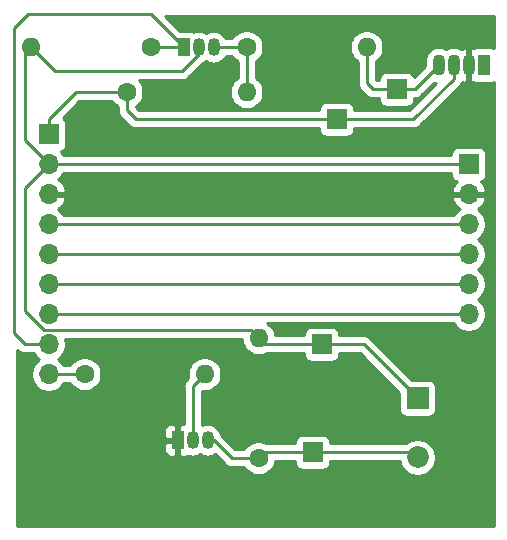
<source format=gbr>
G04 #@! TF.GenerationSoftware,KiCad,Pcbnew,5.1.8-db9833491~87~ubuntu20.04.1*
G04 #@! TF.CreationDate,2020-11-14T17:48:48-07:00*
G04 #@! TF.ProjectId,heimdall_outsideboard,6865696d-6461-46c6-9c5f-6f7574736964,01*
G04 #@! TF.SameCoordinates,Original*
G04 #@! TF.FileFunction,Copper,L1,Top*
G04 #@! TF.FilePolarity,Positive*
%FSLAX46Y46*%
G04 Gerber Fmt 4.6, Leading zero omitted, Abs format (unit mm)*
G04 Created by KiCad (PCBNEW 5.1.8-db9833491~87~ubuntu20.04.1) date 2020-11-14 17:48:48*
%MOMM*%
%LPD*%
G01*
G04 APERTURE LIST*
G04 #@! TA.AperFunction,ComponentPad*
%ADD10R,1.050000X1.500000*%
G04 #@! TD*
G04 #@! TA.AperFunction,ComponentPad*
%ADD11O,1.050000X1.500000*%
G04 #@! TD*
G04 #@! TA.AperFunction,ComponentPad*
%ADD12R,1.700000X1.700000*%
G04 #@! TD*
G04 #@! TA.AperFunction,ComponentPad*
%ADD13O,1.700000X1.700000*%
G04 #@! TD*
G04 #@! TA.AperFunction,ComponentPad*
%ADD14R,1.850000X1.850000*%
G04 #@! TD*
G04 #@! TA.AperFunction,ComponentPad*
%ADD15C,1.850000*%
G04 #@! TD*
G04 #@! TA.AperFunction,ComponentPad*
%ADD16O,1.600000X1.600000*%
G04 #@! TD*
G04 #@! TA.AperFunction,ComponentPad*
%ADD17C,1.600000*%
G04 #@! TD*
G04 #@! TA.AperFunction,ComponentPad*
%ADD18R,1.070000X1.800000*%
G04 #@! TD*
G04 #@! TA.AperFunction,ComponentPad*
%ADD19O,1.070000X1.800000*%
G04 #@! TD*
G04 #@! TA.AperFunction,Conductor*
%ADD20C,0.254000*%
G04 #@! TD*
G04 #@! TA.AperFunction,Conductor*
%ADD21C,0.100000*%
G04 #@! TD*
G04 APERTURE END LIST*
D10*
G04 #@! TO.P,Q1,1*
G04 #@! TO.N,GND*
X65024000Y-112776000D03*
D11*
G04 #@! TO.P,Q1,3*
G04 #@! TO.N,Net-(BZ1-Pad2)*
X67564000Y-112776000D03*
G04 #@! TO.P,Q1,2*
G04 #@! TO.N,Net-(Q1-Pad2)*
X66294000Y-112776000D03*
G04 #@! TD*
D12*
G04 #@! TO.P,J6,1*
G04 #@! TO.N,+5V*
X78486000Y-85598000D03*
G04 #@! TD*
G04 #@! TO.P,J5,1*
G04 #@! TO.N,Net-(D1-Pad4)*
X83566000Y-83058000D03*
G04 #@! TD*
G04 #@! TO.P,J4,1*
G04 #@! TO.N,Net-(BZ1-Pad2)*
X76454000Y-113792000D03*
G04 #@! TD*
G04 #@! TO.P,J3,1*
G04 #@! TO.N,+3V3*
X77216000Y-104648000D03*
G04 #@! TD*
G04 #@! TO.P,J1,1*
G04 #@! TO.N,+5V*
X54102000Y-86868000D03*
D13*
G04 #@! TO.P,J1,2*
G04 #@! TO.N,+3V3*
X54102000Y-89408000D03*
G04 #@! TO.P,J1,3*
G04 #@! TO.N,GND*
X54102000Y-91948000D03*
G04 #@! TO.P,J1,4*
G04 #@! TO.N,/CS*
X54102000Y-94488000D03*
G04 #@! TO.P,J1,5*
G04 #@! TO.N,/SCK*
X54102000Y-97028000D03*
G04 #@! TO.P,J1,6*
G04 #@! TO.N,/MOSI*
X54102000Y-99568000D03*
G04 #@! TO.P,J1,7*
G04 #@! TO.N,/MISO*
X54102000Y-102108000D03*
G04 #@! TO.P,J1,8*
G04 #@! TO.N,/LED*
X54102000Y-104648000D03*
G04 #@! TO.P,J1,9*
G04 #@! TO.N,/Buzzer*
X54102000Y-107188000D03*
G04 #@! TD*
D14*
G04 #@! TO.P,BZ1,1*
G04 #@! TO.N,+3V3*
X85344000Y-109220000D03*
D15*
G04 #@! TO.P,BZ1,2*
G04 #@! TO.N,Net-(BZ1-Pad2)*
X85344000Y-114220000D03*
G04 #@! TD*
D12*
G04 #@! TO.P,J2,1*
G04 #@! TO.N,+3V3*
X89662000Y-89408000D03*
D13*
G04 #@! TO.P,J2,2*
G04 #@! TO.N,GND*
X89662000Y-91948000D03*
G04 #@! TO.P,J2,3*
G04 #@! TO.N,/CS*
X89662000Y-94488000D03*
G04 #@! TO.P,J2,4*
G04 #@! TO.N,/SCK*
X89662000Y-97028000D03*
G04 #@! TO.P,J2,5*
G04 #@! TO.N,/MOSI*
X89662000Y-99568000D03*
G04 #@! TO.P,J2,6*
G04 #@! TO.N,/MISO*
X89662000Y-102108000D03*
G04 #@! TD*
D11*
G04 #@! TO.P,Q2,2*
G04 #@! TO.N,+3V3*
X66802000Y-79502000D03*
G04 #@! TO.P,Q2,3*
G04 #@! TO.N,Net-(Q2-Pad3)*
X68072000Y-79502000D03*
D10*
G04 #@! TO.P,Q2,1*
G04 #@! TO.N,/LED*
X65532000Y-79502000D03*
G04 #@! TD*
D16*
G04 #@! TO.P,R1,2*
G04 #@! TO.N,+3V3*
X52578000Y-79502000D03*
D17*
G04 #@! TO.P,R1,1*
G04 #@! TO.N,/LED*
X62738000Y-79502000D03*
G04 #@! TD*
G04 #@! TO.P,R2,1*
G04 #@! TO.N,/Buzzer*
X57150000Y-107188000D03*
D16*
G04 #@! TO.P,R2,2*
G04 #@! TO.N,Net-(Q1-Pad2)*
X67310000Y-107188000D03*
G04 #@! TD*
D17*
G04 #@! TO.P,R3,1*
G04 #@! TO.N,Net-(BZ1-Pad2)*
X71882000Y-114300000D03*
D16*
G04 #@! TO.P,R3,2*
G04 #@! TO.N,+3V3*
X71882000Y-104140000D03*
G04 #@! TD*
G04 #@! TO.P,R4,2*
G04 #@! TO.N,Net-(Q2-Pad3)*
X70866000Y-83312000D03*
D17*
G04 #@! TO.P,R4,1*
G04 #@! TO.N,+5V*
X60706000Y-83312000D03*
G04 #@! TD*
G04 #@! TO.P,R5,1*
G04 #@! TO.N,Net-(Q2-Pad3)*
X70866000Y-79502000D03*
D16*
G04 #@! TO.P,R5,2*
G04 #@! TO.N,Net-(D1-Pad4)*
X81026000Y-79502000D03*
G04 #@! TD*
D18*
G04 #@! TO.P,D1,1*
G04 #@! TO.N,Net-(D1-Pad1)*
X90932000Y-81026000D03*
D19*
G04 #@! TO.P,D1,2*
G04 #@! TO.N,GND*
X89662000Y-81026000D03*
G04 #@! TO.P,D1,3*
G04 #@! TO.N,+5V*
X88392000Y-81026000D03*
G04 #@! TO.P,D1,4*
G04 #@! TO.N,Net-(D1-Pad4)*
X87122000Y-81026000D03*
G04 #@! TD*
D20*
G04 #@! TO.N,Net-(D1-Pad4)*
X81026000Y-79502000D02*
X81026000Y-82550000D01*
X81534000Y-83058000D02*
X83566000Y-83058000D01*
X81026000Y-82550000D02*
X81534000Y-83058000D01*
X85090000Y-83058000D02*
X87122000Y-81026000D01*
X83566000Y-83058000D02*
X85090000Y-83058000D01*
G04 #@! TO.N,/CS*
X54102000Y-94488000D02*
X89662000Y-94488000D01*
G04 #@! TO.N,/SCK*
X54102000Y-97028000D02*
X89662000Y-97028000D01*
G04 #@! TO.N,/MOSI*
X54102000Y-99568000D02*
X89662000Y-99568000D01*
G04 #@! TO.N,/MISO*
X54102000Y-102108000D02*
X89662000Y-102108000D01*
G04 #@! TO.N,/LED*
X51142910Y-77889090D02*
X52324000Y-76708000D01*
X51142910Y-103720910D02*
X51142910Y-77889090D01*
X52070000Y-104648000D02*
X51142910Y-103720910D01*
X54102000Y-104648000D02*
X52070000Y-104648000D01*
X62738000Y-79502000D02*
X65532000Y-79502000D01*
X62738000Y-76708000D02*
X65532000Y-79502000D01*
X52324000Y-76708000D02*
X62738000Y-76708000D01*
G04 #@! TO.N,/Buzzer*
X54102000Y-107188000D02*
X57150000Y-107188000D01*
G04 #@! TO.N,Net-(BZ1-Pad2)*
X85264000Y-114300000D02*
X85344000Y-114220000D01*
X84916000Y-113792000D02*
X85344000Y-114220000D01*
X76454000Y-113792000D02*
X84916000Y-113792000D01*
X72390000Y-113792000D02*
X71882000Y-114300000D01*
X76454000Y-113792000D02*
X72390000Y-113792000D01*
X67564000Y-112776000D02*
X68072000Y-112776000D01*
X69596000Y-114300000D02*
X71882000Y-114300000D01*
X68072000Y-112776000D02*
X69596000Y-114300000D01*
G04 #@! TO.N,Net-(Q2-Pad3)*
X68072000Y-79502000D02*
X70866000Y-79502000D01*
X70866000Y-83312000D02*
X70866000Y-79502000D01*
G04 #@! TO.N,+3V3*
X54102000Y-89408000D02*
X89662000Y-89408000D01*
X54102000Y-89408000D02*
X52070000Y-91440000D01*
X53715101Y-103467799D02*
X71209799Y-103467799D01*
X71209799Y-103467799D02*
X71882000Y-104140000D01*
X52070000Y-101822698D02*
X53715101Y-103467799D01*
X52070000Y-91440000D02*
X52070000Y-101822698D01*
X54102000Y-89408000D02*
X52070000Y-87376000D01*
X52070000Y-80010000D02*
X52578000Y-79502000D01*
X52070000Y-87376000D02*
X52070000Y-80010000D01*
X66802000Y-80101362D02*
X66802000Y-79502000D01*
X54610000Y-81534000D02*
X65369362Y-81534000D01*
X65369362Y-81534000D02*
X66802000Y-80101362D01*
X52578000Y-79502000D02*
X54610000Y-81534000D01*
X80772000Y-104648000D02*
X85344000Y-109220000D01*
X77216000Y-104648000D02*
X80772000Y-104648000D01*
X72390000Y-104648000D02*
X71882000Y-104140000D01*
X77216000Y-104648000D02*
X72390000Y-104648000D01*
G04 #@! TO.N,+5V*
X54102000Y-86868000D02*
X54102000Y-85598000D01*
X56388000Y-83312000D02*
X60706000Y-83312000D01*
X54102000Y-85598000D02*
X56388000Y-83312000D01*
X60706000Y-83312000D02*
X60706000Y-84836000D01*
X61468000Y-85598000D02*
X78486000Y-85598000D01*
X60706000Y-84836000D02*
X61468000Y-85598000D01*
X88392000Y-82180000D02*
X88392000Y-81026000D01*
X84974000Y-85598000D02*
X88392000Y-82180000D01*
X78486000Y-85598000D02*
X84974000Y-85598000D01*
G04 #@! TO.N,Net-(Q1-Pad2)*
X66294000Y-108204000D02*
X66294000Y-112776000D01*
X67310000Y-107188000D02*
X66294000Y-108204000D01*
G04 #@! TD*
G04 #@! TO.N,GND*
X91808300Y-79588411D02*
X91711180Y-79536498D01*
X91591482Y-79500188D01*
X91467000Y-79487928D01*
X90397000Y-79487928D01*
X90272518Y-79500188D01*
X90152820Y-79536498D01*
X90083810Y-79573385D01*
X89969383Y-79532100D01*
X89789000Y-79657756D01*
X89789000Y-79942800D01*
X89771188Y-80001518D01*
X89758928Y-80126000D01*
X89758928Y-81926000D01*
X89771188Y-82050482D01*
X89789000Y-82109200D01*
X89789000Y-82394244D01*
X89969383Y-82519900D01*
X90083810Y-82478615D01*
X90152820Y-82515502D01*
X90272518Y-82551812D01*
X90397000Y-82564072D01*
X91467000Y-82564072D01*
X91591482Y-82551812D01*
X91711180Y-82515502D01*
X91808300Y-82463589D01*
X91808301Y-120002300D01*
X51447700Y-120002300D01*
X51447700Y-113526000D01*
X63860928Y-113526000D01*
X63873188Y-113650482D01*
X63909498Y-113770180D01*
X63968463Y-113880494D01*
X64047815Y-113977185D01*
X64144506Y-114056537D01*
X64254820Y-114115502D01*
X64374518Y-114151812D01*
X64499000Y-114164072D01*
X64738250Y-114161000D01*
X64897000Y-114002250D01*
X64897000Y-112903000D01*
X64022750Y-112903000D01*
X63864000Y-113061750D01*
X63860928Y-113526000D01*
X51447700Y-113526000D01*
X51447700Y-112026000D01*
X63860928Y-112026000D01*
X63864000Y-112490250D01*
X64022750Y-112649000D01*
X64897000Y-112649000D01*
X64897000Y-112494022D01*
X65134000Y-112494022D01*
X65134000Y-113057979D01*
X65150785Y-113228400D01*
X65151000Y-113229109D01*
X65151000Y-114002250D01*
X65309750Y-114161000D01*
X65549000Y-114164072D01*
X65673482Y-114151812D01*
X65793180Y-114115502D01*
X65857902Y-114080907D01*
X66066601Y-114144215D01*
X66294000Y-114166612D01*
X66521400Y-114144215D01*
X66740060Y-114077885D01*
X66929000Y-113976894D01*
X67117941Y-114077885D01*
X67336601Y-114144215D01*
X67564000Y-114166612D01*
X67791400Y-114144215D01*
X68010060Y-114077885D01*
X68196565Y-113978196D01*
X69030721Y-114812352D01*
X69054578Y-114841422D01*
X69170608Y-114936645D01*
X69302985Y-115007402D01*
X69446622Y-115050974D01*
X69558574Y-115062000D01*
X69558576Y-115062000D01*
X69595999Y-115065686D01*
X69633422Y-115062000D01*
X70665293Y-115062000D01*
X70767363Y-115214759D01*
X70967241Y-115414637D01*
X71202273Y-115571680D01*
X71463426Y-115679853D01*
X71740665Y-115735000D01*
X72023335Y-115735000D01*
X72300574Y-115679853D01*
X72561727Y-115571680D01*
X72796759Y-115414637D01*
X72996637Y-115214759D01*
X73153680Y-114979727D01*
X73261853Y-114718574D01*
X73294589Y-114554000D01*
X74965928Y-114554000D01*
X74965928Y-114642000D01*
X74978188Y-114766482D01*
X75014498Y-114886180D01*
X75073463Y-114996494D01*
X75152815Y-115093185D01*
X75249506Y-115172537D01*
X75359820Y-115231502D01*
X75479518Y-115267812D01*
X75604000Y-115280072D01*
X77304000Y-115280072D01*
X77428482Y-115267812D01*
X77548180Y-115231502D01*
X77658494Y-115172537D01*
X77755185Y-115093185D01*
X77834537Y-114996494D01*
X77893502Y-114886180D01*
X77929812Y-114766482D01*
X77942072Y-114642000D01*
X77942072Y-114554000D01*
X83819875Y-114554000D01*
X83843950Y-114675035D01*
X83961546Y-114958937D01*
X84132269Y-115214442D01*
X84349558Y-115431731D01*
X84605063Y-115602454D01*
X84888965Y-115720050D01*
X85190353Y-115780000D01*
X85497647Y-115780000D01*
X85799035Y-115720050D01*
X86082937Y-115602454D01*
X86338442Y-115431731D01*
X86555731Y-115214442D01*
X86726454Y-114958937D01*
X86844050Y-114675035D01*
X86904000Y-114373647D01*
X86904000Y-114066353D01*
X86844050Y-113764965D01*
X86726454Y-113481063D01*
X86555731Y-113225558D01*
X86338442Y-113008269D01*
X86082937Y-112837546D01*
X85799035Y-112719950D01*
X85497647Y-112660000D01*
X85190353Y-112660000D01*
X84888965Y-112719950D01*
X84605063Y-112837546D01*
X84349558Y-113008269D01*
X84327827Y-113030000D01*
X77942072Y-113030000D01*
X77942072Y-112942000D01*
X77929812Y-112817518D01*
X77893502Y-112697820D01*
X77834537Y-112587506D01*
X77755185Y-112490815D01*
X77658494Y-112411463D01*
X77548180Y-112352498D01*
X77428482Y-112316188D01*
X77304000Y-112303928D01*
X75604000Y-112303928D01*
X75479518Y-112316188D01*
X75359820Y-112352498D01*
X75249506Y-112411463D01*
X75152815Y-112490815D01*
X75073463Y-112587506D01*
X75014498Y-112697820D01*
X74978188Y-112817518D01*
X74965928Y-112942000D01*
X74965928Y-113030000D01*
X72564241Y-113030000D01*
X72561727Y-113028320D01*
X72300574Y-112920147D01*
X72023335Y-112865000D01*
X71740665Y-112865000D01*
X71463426Y-112920147D01*
X71202273Y-113028320D01*
X70967241Y-113185363D01*
X70767363Y-113385241D01*
X70665293Y-113538000D01*
X69911631Y-113538000D01*
X68708306Y-112334676D01*
X68707215Y-112323600D01*
X68640885Y-112104940D01*
X68533171Y-111903421D01*
X68388212Y-111726788D01*
X68211578Y-111581829D01*
X68010059Y-111474115D01*
X67791399Y-111407785D01*
X67564000Y-111385388D01*
X67336600Y-111407785D01*
X67117940Y-111474115D01*
X67056000Y-111507223D01*
X67056000Y-108600589D01*
X67168665Y-108623000D01*
X67451335Y-108623000D01*
X67728574Y-108567853D01*
X67989727Y-108459680D01*
X68224759Y-108302637D01*
X68424637Y-108102759D01*
X68581680Y-107867727D01*
X68689853Y-107606574D01*
X68745000Y-107329335D01*
X68745000Y-107046665D01*
X68689853Y-106769426D01*
X68581680Y-106508273D01*
X68424637Y-106273241D01*
X68224759Y-106073363D01*
X67989727Y-105916320D01*
X67728574Y-105808147D01*
X67451335Y-105753000D01*
X67168665Y-105753000D01*
X66891426Y-105808147D01*
X66630273Y-105916320D01*
X66395241Y-106073363D01*
X66195363Y-106273241D01*
X66038320Y-106508273D01*
X65930147Y-106769426D01*
X65875000Y-107046665D01*
X65875000Y-107329335D01*
X65910843Y-107509527D01*
X65781654Y-107638716D01*
X65752578Y-107662578D01*
X65717355Y-107705498D01*
X65657355Y-107778608D01*
X65632748Y-107824645D01*
X65586598Y-107910986D01*
X65543026Y-108054623D01*
X65535146Y-108134632D01*
X65528314Y-108204000D01*
X65532000Y-108241423D01*
X65532001Y-111388146D01*
X65309750Y-111391000D01*
X65151000Y-111549750D01*
X65151000Y-112322892D01*
X65150785Y-112323601D01*
X65134000Y-112494022D01*
X64897000Y-112494022D01*
X64897000Y-111549750D01*
X64738250Y-111391000D01*
X64499000Y-111387928D01*
X64374518Y-111400188D01*
X64254820Y-111436498D01*
X64144506Y-111495463D01*
X64047815Y-111574815D01*
X63968463Y-111671506D01*
X63909498Y-111781820D01*
X63873188Y-111901518D01*
X63860928Y-112026000D01*
X51447700Y-112026000D01*
X51447700Y-105103331D01*
X51504721Y-105160351D01*
X51528578Y-105189422D01*
X51644608Y-105284645D01*
X51776985Y-105355402D01*
X51920622Y-105398974D01*
X52032574Y-105410000D01*
X52032576Y-105410000D01*
X52069999Y-105413686D01*
X52107422Y-105410000D01*
X52825158Y-105410000D01*
X52948525Y-105594632D01*
X53155368Y-105801475D01*
X53329760Y-105918000D01*
X53155368Y-106034525D01*
X52948525Y-106241368D01*
X52786010Y-106484589D01*
X52674068Y-106754842D01*
X52617000Y-107041740D01*
X52617000Y-107334260D01*
X52674068Y-107621158D01*
X52786010Y-107891411D01*
X52948525Y-108134632D01*
X53155368Y-108341475D01*
X53398589Y-108503990D01*
X53668842Y-108615932D01*
X53955740Y-108673000D01*
X54248260Y-108673000D01*
X54535158Y-108615932D01*
X54805411Y-108503990D01*
X55048632Y-108341475D01*
X55255475Y-108134632D01*
X55378842Y-107950000D01*
X55933293Y-107950000D01*
X56035363Y-108102759D01*
X56235241Y-108302637D01*
X56470273Y-108459680D01*
X56731426Y-108567853D01*
X57008665Y-108623000D01*
X57291335Y-108623000D01*
X57568574Y-108567853D01*
X57829727Y-108459680D01*
X58064759Y-108302637D01*
X58264637Y-108102759D01*
X58421680Y-107867727D01*
X58529853Y-107606574D01*
X58585000Y-107329335D01*
X58585000Y-107046665D01*
X58529853Y-106769426D01*
X58421680Y-106508273D01*
X58264637Y-106273241D01*
X58064759Y-106073363D01*
X57829727Y-105916320D01*
X57568574Y-105808147D01*
X57291335Y-105753000D01*
X57008665Y-105753000D01*
X56731426Y-105808147D01*
X56470273Y-105916320D01*
X56235241Y-106073363D01*
X56035363Y-106273241D01*
X55933293Y-106426000D01*
X55378842Y-106426000D01*
X55255475Y-106241368D01*
X55048632Y-106034525D01*
X54874240Y-105918000D01*
X55048632Y-105801475D01*
X55255475Y-105594632D01*
X55417990Y-105351411D01*
X55529932Y-105081158D01*
X55587000Y-104794260D01*
X55587000Y-104501740D01*
X55532907Y-104229799D01*
X70447000Y-104229799D01*
X70447000Y-104281335D01*
X70502147Y-104558574D01*
X70610320Y-104819727D01*
X70767363Y-105054759D01*
X70967241Y-105254637D01*
X71202273Y-105411680D01*
X71463426Y-105519853D01*
X71740665Y-105575000D01*
X72023335Y-105575000D01*
X72300574Y-105519853D01*
X72561727Y-105411680D01*
X72564241Y-105410000D01*
X75727928Y-105410000D01*
X75727928Y-105498000D01*
X75740188Y-105622482D01*
X75776498Y-105742180D01*
X75835463Y-105852494D01*
X75914815Y-105949185D01*
X76011506Y-106028537D01*
X76121820Y-106087502D01*
X76241518Y-106123812D01*
X76366000Y-106136072D01*
X78066000Y-106136072D01*
X78190482Y-106123812D01*
X78310180Y-106087502D01*
X78420494Y-106028537D01*
X78517185Y-105949185D01*
X78596537Y-105852494D01*
X78655502Y-105742180D01*
X78691812Y-105622482D01*
X78704072Y-105498000D01*
X78704072Y-105410000D01*
X80456370Y-105410000D01*
X83780928Y-108734559D01*
X83780928Y-110145000D01*
X83793188Y-110269482D01*
X83829498Y-110389180D01*
X83888463Y-110499494D01*
X83967815Y-110596185D01*
X84064506Y-110675537D01*
X84174820Y-110734502D01*
X84294518Y-110770812D01*
X84419000Y-110783072D01*
X86269000Y-110783072D01*
X86393482Y-110770812D01*
X86513180Y-110734502D01*
X86623494Y-110675537D01*
X86720185Y-110596185D01*
X86799537Y-110499494D01*
X86858502Y-110389180D01*
X86894812Y-110269482D01*
X86907072Y-110145000D01*
X86907072Y-108295000D01*
X86894812Y-108170518D01*
X86858502Y-108050820D01*
X86799537Y-107940506D01*
X86720185Y-107843815D01*
X86623494Y-107764463D01*
X86513180Y-107705498D01*
X86393482Y-107669188D01*
X86269000Y-107656928D01*
X84858559Y-107656928D01*
X81337284Y-104135654D01*
X81313422Y-104106578D01*
X81197392Y-104011355D01*
X81065015Y-103940598D01*
X80921378Y-103897026D01*
X80809426Y-103886000D01*
X80809423Y-103886000D01*
X80772000Y-103882314D01*
X80734577Y-103886000D01*
X78704072Y-103886000D01*
X78704072Y-103798000D01*
X78691812Y-103673518D01*
X78655502Y-103553820D01*
X78596537Y-103443506D01*
X78517185Y-103346815D01*
X78420494Y-103267463D01*
X78310180Y-103208498D01*
X78190482Y-103172188D01*
X78066000Y-103159928D01*
X76366000Y-103159928D01*
X76241518Y-103172188D01*
X76121820Y-103208498D01*
X76011506Y-103267463D01*
X75914815Y-103346815D01*
X75835463Y-103443506D01*
X75776498Y-103553820D01*
X75740188Y-103673518D01*
X75727928Y-103798000D01*
X75727928Y-103886000D01*
X73294589Y-103886000D01*
X73261853Y-103721426D01*
X73153680Y-103460273D01*
X72996637Y-103225241D01*
X72796759Y-103025363D01*
X72564241Y-102870000D01*
X88385158Y-102870000D01*
X88508525Y-103054632D01*
X88715368Y-103261475D01*
X88958589Y-103423990D01*
X89228842Y-103535932D01*
X89515740Y-103593000D01*
X89808260Y-103593000D01*
X90095158Y-103535932D01*
X90365411Y-103423990D01*
X90608632Y-103261475D01*
X90815475Y-103054632D01*
X90977990Y-102811411D01*
X91089932Y-102541158D01*
X91147000Y-102254260D01*
X91147000Y-101961740D01*
X91089932Y-101674842D01*
X90977990Y-101404589D01*
X90815475Y-101161368D01*
X90608632Y-100954525D01*
X90434240Y-100838000D01*
X90608632Y-100721475D01*
X90815475Y-100514632D01*
X90977990Y-100271411D01*
X91089932Y-100001158D01*
X91147000Y-99714260D01*
X91147000Y-99421740D01*
X91089932Y-99134842D01*
X90977990Y-98864589D01*
X90815475Y-98621368D01*
X90608632Y-98414525D01*
X90434240Y-98298000D01*
X90608632Y-98181475D01*
X90815475Y-97974632D01*
X90977990Y-97731411D01*
X91089932Y-97461158D01*
X91147000Y-97174260D01*
X91147000Y-96881740D01*
X91089932Y-96594842D01*
X90977990Y-96324589D01*
X90815475Y-96081368D01*
X90608632Y-95874525D01*
X90434240Y-95758000D01*
X90608632Y-95641475D01*
X90815475Y-95434632D01*
X90977990Y-95191411D01*
X91089932Y-94921158D01*
X91147000Y-94634260D01*
X91147000Y-94341740D01*
X91089932Y-94054842D01*
X90977990Y-93784589D01*
X90815475Y-93541368D01*
X90608632Y-93334525D01*
X90426466Y-93212805D01*
X90543355Y-93143178D01*
X90759588Y-92948269D01*
X90933641Y-92714920D01*
X91058825Y-92452099D01*
X91103476Y-92304890D01*
X90982155Y-92075000D01*
X89789000Y-92075000D01*
X89789000Y-92095000D01*
X89535000Y-92095000D01*
X89535000Y-92075000D01*
X88341845Y-92075000D01*
X88220524Y-92304890D01*
X88265175Y-92452099D01*
X88390359Y-92714920D01*
X88564412Y-92948269D01*
X88780645Y-93143178D01*
X88897534Y-93212805D01*
X88715368Y-93334525D01*
X88508525Y-93541368D01*
X88385158Y-93726000D01*
X55378842Y-93726000D01*
X55255475Y-93541368D01*
X55048632Y-93334525D01*
X54866466Y-93212805D01*
X54983355Y-93143178D01*
X55199588Y-92948269D01*
X55373641Y-92714920D01*
X55498825Y-92452099D01*
X55543476Y-92304890D01*
X55422155Y-92075000D01*
X54229000Y-92075000D01*
X54229000Y-92095000D01*
X53975000Y-92095000D01*
X53975000Y-92075000D01*
X53955000Y-92075000D01*
X53955000Y-91821000D01*
X53975000Y-91821000D01*
X53975000Y-91801000D01*
X54229000Y-91801000D01*
X54229000Y-91821000D01*
X55422155Y-91821000D01*
X55543476Y-91591110D01*
X55498825Y-91443901D01*
X55373641Y-91181080D01*
X55199588Y-90947731D01*
X54983355Y-90752822D01*
X54866466Y-90683195D01*
X55048632Y-90561475D01*
X55255475Y-90354632D01*
X55378842Y-90170000D01*
X88173928Y-90170000D01*
X88173928Y-90258000D01*
X88186188Y-90382482D01*
X88222498Y-90502180D01*
X88281463Y-90612494D01*
X88360815Y-90709185D01*
X88457506Y-90788537D01*
X88567820Y-90847502D01*
X88648466Y-90871966D01*
X88564412Y-90947731D01*
X88390359Y-91181080D01*
X88265175Y-91443901D01*
X88220524Y-91591110D01*
X88341845Y-91821000D01*
X89535000Y-91821000D01*
X89535000Y-91801000D01*
X89789000Y-91801000D01*
X89789000Y-91821000D01*
X90982155Y-91821000D01*
X91103476Y-91591110D01*
X91058825Y-91443901D01*
X90933641Y-91181080D01*
X90759588Y-90947731D01*
X90675534Y-90871966D01*
X90756180Y-90847502D01*
X90866494Y-90788537D01*
X90963185Y-90709185D01*
X91042537Y-90612494D01*
X91101502Y-90502180D01*
X91137812Y-90382482D01*
X91150072Y-90258000D01*
X91150072Y-88558000D01*
X91137812Y-88433518D01*
X91101502Y-88313820D01*
X91042537Y-88203506D01*
X90963185Y-88106815D01*
X90866494Y-88027463D01*
X90756180Y-87968498D01*
X90636482Y-87932188D01*
X90512000Y-87919928D01*
X88812000Y-87919928D01*
X88687518Y-87932188D01*
X88567820Y-87968498D01*
X88457506Y-88027463D01*
X88360815Y-88106815D01*
X88281463Y-88203506D01*
X88222498Y-88313820D01*
X88186188Y-88433518D01*
X88173928Y-88558000D01*
X88173928Y-88646000D01*
X55378842Y-88646000D01*
X55255475Y-88461368D01*
X55123620Y-88329513D01*
X55196180Y-88307502D01*
X55306494Y-88248537D01*
X55403185Y-88169185D01*
X55482537Y-88072494D01*
X55541502Y-87962180D01*
X55577812Y-87842482D01*
X55590072Y-87718000D01*
X55590072Y-86018000D01*
X55577812Y-85893518D01*
X55541502Y-85773820D01*
X55482537Y-85663506D01*
X55403185Y-85566815D01*
X55306494Y-85487463D01*
X55295854Y-85481776D01*
X56703631Y-84074000D01*
X59489293Y-84074000D01*
X59591363Y-84226759D01*
X59791241Y-84426637D01*
X59944001Y-84528708D01*
X59944001Y-84798567D01*
X59940314Y-84836000D01*
X59955027Y-84985378D01*
X59998599Y-85129015D01*
X60069355Y-85261392D01*
X60140721Y-85348351D01*
X60164579Y-85377422D01*
X60193649Y-85401279D01*
X60902720Y-86110351D01*
X60926578Y-86139422D01*
X60955648Y-86163279D01*
X61042607Y-86234645D01*
X61113364Y-86272465D01*
X61174985Y-86305402D01*
X61318622Y-86348974D01*
X61430574Y-86360000D01*
X61430577Y-86360000D01*
X61468000Y-86363686D01*
X61505423Y-86360000D01*
X76997928Y-86360000D01*
X76997928Y-86448000D01*
X77010188Y-86572482D01*
X77046498Y-86692180D01*
X77105463Y-86802494D01*
X77184815Y-86899185D01*
X77281506Y-86978537D01*
X77391820Y-87037502D01*
X77511518Y-87073812D01*
X77636000Y-87086072D01*
X79336000Y-87086072D01*
X79460482Y-87073812D01*
X79580180Y-87037502D01*
X79690494Y-86978537D01*
X79787185Y-86899185D01*
X79866537Y-86802494D01*
X79925502Y-86692180D01*
X79961812Y-86572482D01*
X79974072Y-86448000D01*
X79974072Y-86360000D01*
X84936577Y-86360000D01*
X84974000Y-86363686D01*
X85011423Y-86360000D01*
X85011426Y-86360000D01*
X85123378Y-86348974D01*
X85267015Y-86305402D01*
X85399392Y-86234645D01*
X85515422Y-86139422D01*
X85539284Y-86110346D01*
X88904353Y-82745278D01*
X88933422Y-82721422D01*
X88971228Y-82675355D01*
X89028645Y-82605393D01*
X89076692Y-82515502D01*
X89099402Y-82473015D01*
X89112191Y-82430854D01*
X89117579Y-82434377D01*
X89354617Y-82519900D01*
X89535000Y-82394244D01*
X89535000Y-81653560D01*
X89545071Y-81620360D01*
X89562000Y-81448477D01*
X89562000Y-80603524D01*
X89545071Y-80431641D01*
X89535000Y-80398441D01*
X89535000Y-79657756D01*
X89354617Y-79532100D01*
X89117579Y-79617623D01*
X89029596Y-79675154D01*
X88841906Y-79574831D01*
X88621360Y-79507929D01*
X88392000Y-79485339D01*
X88162641Y-79507929D01*
X87942095Y-79574831D01*
X87757001Y-79673766D01*
X87571906Y-79574831D01*
X87351360Y-79507929D01*
X87122000Y-79485339D01*
X86892641Y-79507929D01*
X86672095Y-79574831D01*
X86468839Y-79683474D01*
X86290683Y-79829682D01*
X86144475Y-80007838D01*
X86035831Y-80211094D01*
X85968929Y-80431640D01*
X85952000Y-80603523D01*
X85952000Y-81118369D01*
X85029020Y-82041349D01*
X85005502Y-81963820D01*
X84946537Y-81853506D01*
X84867185Y-81756815D01*
X84770494Y-81677463D01*
X84660180Y-81618498D01*
X84540482Y-81582188D01*
X84416000Y-81569928D01*
X82716000Y-81569928D01*
X82591518Y-81582188D01*
X82471820Y-81618498D01*
X82361506Y-81677463D01*
X82264815Y-81756815D01*
X82185463Y-81853506D01*
X82126498Y-81963820D01*
X82090188Y-82083518D01*
X82077928Y-82208000D01*
X82077928Y-82296000D01*
X81849630Y-82296000D01*
X81788000Y-82234370D01*
X81788000Y-80718707D01*
X81940759Y-80616637D01*
X82140637Y-80416759D01*
X82297680Y-80181727D01*
X82405853Y-79920574D01*
X82461000Y-79643335D01*
X82461000Y-79360665D01*
X82405853Y-79083426D01*
X82297680Y-78822273D01*
X82140637Y-78587241D01*
X81940759Y-78387363D01*
X81705727Y-78230320D01*
X81444574Y-78122147D01*
X81167335Y-78067000D01*
X80884665Y-78067000D01*
X80607426Y-78122147D01*
X80346273Y-78230320D01*
X80111241Y-78387363D01*
X79911363Y-78587241D01*
X79754320Y-78822273D01*
X79646147Y-79083426D01*
X79591000Y-79360665D01*
X79591000Y-79643335D01*
X79646147Y-79920574D01*
X79754320Y-80181727D01*
X79911363Y-80416759D01*
X80111241Y-80616637D01*
X80264000Y-80718707D01*
X80264001Y-82512567D01*
X80260314Y-82550000D01*
X80275027Y-82699378D01*
X80318599Y-82843015D01*
X80389355Y-82975392D01*
X80457150Y-83058000D01*
X80484579Y-83091422D01*
X80513649Y-83115279D01*
X80968716Y-83570346D01*
X80992578Y-83599422D01*
X81108608Y-83694645D01*
X81240985Y-83765402D01*
X81384622Y-83808974D01*
X81496574Y-83820000D01*
X81496583Y-83820000D01*
X81533999Y-83823685D01*
X81571415Y-83820000D01*
X82077928Y-83820000D01*
X82077928Y-83908000D01*
X82090188Y-84032482D01*
X82126498Y-84152180D01*
X82185463Y-84262494D01*
X82264815Y-84359185D01*
X82361506Y-84438537D01*
X82471820Y-84497502D01*
X82591518Y-84533812D01*
X82716000Y-84546072D01*
X84416000Y-84546072D01*
X84540482Y-84533812D01*
X84660180Y-84497502D01*
X84770494Y-84438537D01*
X84867185Y-84359185D01*
X84946537Y-84262494D01*
X85005502Y-84152180D01*
X85041812Y-84032482D01*
X85054072Y-83908000D01*
X85054072Y-83820147D01*
X85090000Y-83823686D01*
X85127423Y-83820000D01*
X85127426Y-83820000D01*
X85239378Y-83808974D01*
X85383015Y-83765402D01*
X85515392Y-83694645D01*
X85631422Y-83599422D01*
X85655284Y-83570346D01*
X86730687Y-82494943D01*
X86892640Y-82544071D01*
X86945129Y-82549241D01*
X84658370Y-84836000D01*
X79974072Y-84836000D01*
X79974072Y-84748000D01*
X79961812Y-84623518D01*
X79925502Y-84503820D01*
X79866537Y-84393506D01*
X79787185Y-84296815D01*
X79690494Y-84217463D01*
X79580180Y-84158498D01*
X79460482Y-84122188D01*
X79336000Y-84109928D01*
X77636000Y-84109928D01*
X77511518Y-84122188D01*
X77391820Y-84158498D01*
X77281506Y-84217463D01*
X77184815Y-84296815D01*
X77105463Y-84393506D01*
X77046498Y-84503820D01*
X77010188Y-84623518D01*
X76997928Y-84748000D01*
X76997928Y-84836000D01*
X61783631Y-84836000D01*
X61472998Y-84525368D01*
X61620759Y-84426637D01*
X61820637Y-84226759D01*
X61977680Y-83991727D01*
X62085853Y-83730574D01*
X62141000Y-83453335D01*
X62141000Y-83170665D01*
X62085853Y-82893426D01*
X61977680Y-82632273D01*
X61820637Y-82397241D01*
X61719396Y-82296000D01*
X65331939Y-82296000D01*
X65369362Y-82299686D01*
X65406785Y-82296000D01*
X65406788Y-82296000D01*
X65518740Y-82284974D01*
X65662377Y-82241402D01*
X65794754Y-82170645D01*
X65910784Y-82075422D01*
X65934646Y-82046346D01*
X67146213Y-80834780D01*
X67248060Y-80803885D01*
X67437001Y-80702894D01*
X67625941Y-80803885D01*
X67844601Y-80870215D01*
X68072000Y-80892612D01*
X68299400Y-80870215D01*
X68518060Y-80803885D01*
X68719579Y-80696171D01*
X68896212Y-80551212D01*
X69041171Y-80374579D01*
X69100276Y-80264000D01*
X69649293Y-80264000D01*
X69751363Y-80416759D01*
X69951241Y-80616637D01*
X70104001Y-80718708D01*
X70104000Y-82095293D01*
X69951241Y-82197363D01*
X69751363Y-82397241D01*
X69594320Y-82632273D01*
X69486147Y-82893426D01*
X69431000Y-83170665D01*
X69431000Y-83453335D01*
X69486147Y-83730574D01*
X69594320Y-83991727D01*
X69751363Y-84226759D01*
X69951241Y-84426637D01*
X70186273Y-84583680D01*
X70447426Y-84691853D01*
X70724665Y-84747000D01*
X71007335Y-84747000D01*
X71284574Y-84691853D01*
X71545727Y-84583680D01*
X71780759Y-84426637D01*
X71980637Y-84226759D01*
X72137680Y-83991727D01*
X72245853Y-83730574D01*
X72301000Y-83453335D01*
X72301000Y-83170665D01*
X72245853Y-82893426D01*
X72137680Y-82632273D01*
X71980637Y-82397241D01*
X71780759Y-82197363D01*
X71628000Y-82095293D01*
X71628000Y-80718707D01*
X71780759Y-80616637D01*
X71980637Y-80416759D01*
X72137680Y-80181727D01*
X72245853Y-79920574D01*
X72301000Y-79643335D01*
X72301000Y-79360665D01*
X72245853Y-79083426D01*
X72137680Y-78822273D01*
X71980637Y-78587241D01*
X71780759Y-78387363D01*
X71545727Y-78230320D01*
X71284574Y-78122147D01*
X71007335Y-78067000D01*
X70724665Y-78067000D01*
X70447426Y-78122147D01*
X70186273Y-78230320D01*
X69951241Y-78387363D01*
X69751363Y-78587241D01*
X69649293Y-78740000D01*
X69100277Y-78740000D01*
X69041171Y-78629421D01*
X68896212Y-78452788D01*
X68719578Y-78307829D01*
X68518059Y-78200115D01*
X68299399Y-78133785D01*
X68072000Y-78111388D01*
X67844600Y-78133785D01*
X67625940Y-78200115D01*
X67437000Y-78301106D01*
X67248059Y-78200115D01*
X67029399Y-78133785D01*
X66802000Y-78111388D01*
X66574600Y-78133785D01*
X66365902Y-78197093D01*
X66301180Y-78162498D01*
X66181482Y-78126188D01*
X66057000Y-78113928D01*
X65221558Y-78113928D01*
X63955330Y-76847700D01*
X91808300Y-76847700D01*
X91808300Y-79588411D01*
G04 #@! TA.AperFunction,Conductor*
D21*
G36*
X91808300Y-79588411D02*
G01*
X91711180Y-79536498D01*
X91591482Y-79500188D01*
X91467000Y-79487928D01*
X90397000Y-79487928D01*
X90272518Y-79500188D01*
X90152820Y-79536498D01*
X90083810Y-79573385D01*
X89969383Y-79532100D01*
X89789000Y-79657756D01*
X89789000Y-79942800D01*
X89771188Y-80001518D01*
X89758928Y-80126000D01*
X89758928Y-81926000D01*
X89771188Y-82050482D01*
X89789000Y-82109200D01*
X89789000Y-82394244D01*
X89969383Y-82519900D01*
X90083810Y-82478615D01*
X90152820Y-82515502D01*
X90272518Y-82551812D01*
X90397000Y-82564072D01*
X91467000Y-82564072D01*
X91591482Y-82551812D01*
X91711180Y-82515502D01*
X91808300Y-82463589D01*
X91808301Y-120002300D01*
X51447700Y-120002300D01*
X51447700Y-113526000D01*
X63860928Y-113526000D01*
X63873188Y-113650482D01*
X63909498Y-113770180D01*
X63968463Y-113880494D01*
X64047815Y-113977185D01*
X64144506Y-114056537D01*
X64254820Y-114115502D01*
X64374518Y-114151812D01*
X64499000Y-114164072D01*
X64738250Y-114161000D01*
X64897000Y-114002250D01*
X64897000Y-112903000D01*
X64022750Y-112903000D01*
X63864000Y-113061750D01*
X63860928Y-113526000D01*
X51447700Y-113526000D01*
X51447700Y-112026000D01*
X63860928Y-112026000D01*
X63864000Y-112490250D01*
X64022750Y-112649000D01*
X64897000Y-112649000D01*
X64897000Y-112494022D01*
X65134000Y-112494022D01*
X65134000Y-113057979D01*
X65150785Y-113228400D01*
X65151000Y-113229109D01*
X65151000Y-114002250D01*
X65309750Y-114161000D01*
X65549000Y-114164072D01*
X65673482Y-114151812D01*
X65793180Y-114115502D01*
X65857902Y-114080907D01*
X66066601Y-114144215D01*
X66294000Y-114166612D01*
X66521400Y-114144215D01*
X66740060Y-114077885D01*
X66929000Y-113976894D01*
X67117941Y-114077885D01*
X67336601Y-114144215D01*
X67564000Y-114166612D01*
X67791400Y-114144215D01*
X68010060Y-114077885D01*
X68196565Y-113978196D01*
X69030721Y-114812352D01*
X69054578Y-114841422D01*
X69170608Y-114936645D01*
X69302985Y-115007402D01*
X69446622Y-115050974D01*
X69558574Y-115062000D01*
X69558576Y-115062000D01*
X69595999Y-115065686D01*
X69633422Y-115062000D01*
X70665293Y-115062000D01*
X70767363Y-115214759D01*
X70967241Y-115414637D01*
X71202273Y-115571680D01*
X71463426Y-115679853D01*
X71740665Y-115735000D01*
X72023335Y-115735000D01*
X72300574Y-115679853D01*
X72561727Y-115571680D01*
X72796759Y-115414637D01*
X72996637Y-115214759D01*
X73153680Y-114979727D01*
X73261853Y-114718574D01*
X73294589Y-114554000D01*
X74965928Y-114554000D01*
X74965928Y-114642000D01*
X74978188Y-114766482D01*
X75014498Y-114886180D01*
X75073463Y-114996494D01*
X75152815Y-115093185D01*
X75249506Y-115172537D01*
X75359820Y-115231502D01*
X75479518Y-115267812D01*
X75604000Y-115280072D01*
X77304000Y-115280072D01*
X77428482Y-115267812D01*
X77548180Y-115231502D01*
X77658494Y-115172537D01*
X77755185Y-115093185D01*
X77834537Y-114996494D01*
X77893502Y-114886180D01*
X77929812Y-114766482D01*
X77942072Y-114642000D01*
X77942072Y-114554000D01*
X83819875Y-114554000D01*
X83843950Y-114675035D01*
X83961546Y-114958937D01*
X84132269Y-115214442D01*
X84349558Y-115431731D01*
X84605063Y-115602454D01*
X84888965Y-115720050D01*
X85190353Y-115780000D01*
X85497647Y-115780000D01*
X85799035Y-115720050D01*
X86082937Y-115602454D01*
X86338442Y-115431731D01*
X86555731Y-115214442D01*
X86726454Y-114958937D01*
X86844050Y-114675035D01*
X86904000Y-114373647D01*
X86904000Y-114066353D01*
X86844050Y-113764965D01*
X86726454Y-113481063D01*
X86555731Y-113225558D01*
X86338442Y-113008269D01*
X86082937Y-112837546D01*
X85799035Y-112719950D01*
X85497647Y-112660000D01*
X85190353Y-112660000D01*
X84888965Y-112719950D01*
X84605063Y-112837546D01*
X84349558Y-113008269D01*
X84327827Y-113030000D01*
X77942072Y-113030000D01*
X77942072Y-112942000D01*
X77929812Y-112817518D01*
X77893502Y-112697820D01*
X77834537Y-112587506D01*
X77755185Y-112490815D01*
X77658494Y-112411463D01*
X77548180Y-112352498D01*
X77428482Y-112316188D01*
X77304000Y-112303928D01*
X75604000Y-112303928D01*
X75479518Y-112316188D01*
X75359820Y-112352498D01*
X75249506Y-112411463D01*
X75152815Y-112490815D01*
X75073463Y-112587506D01*
X75014498Y-112697820D01*
X74978188Y-112817518D01*
X74965928Y-112942000D01*
X74965928Y-113030000D01*
X72564241Y-113030000D01*
X72561727Y-113028320D01*
X72300574Y-112920147D01*
X72023335Y-112865000D01*
X71740665Y-112865000D01*
X71463426Y-112920147D01*
X71202273Y-113028320D01*
X70967241Y-113185363D01*
X70767363Y-113385241D01*
X70665293Y-113538000D01*
X69911631Y-113538000D01*
X68708306Y-112334676D01*
X68707215Y-112323600D01*
X68640885Y-112104940D01*
X68533171Y-111903421D01*
X68388212Y-111726788D01*
X68211578Y-111581829D01*
X68010059Y-111474115D01*
X67791399Y-111407785D01*
X67564000Y-111385388D01*
X67336600Y-111407785D01*
X67117940Y-111474115D01*
X67056000Y-111507223D01*
X67056000Y-108600589D01*
X67168665Y-108623000D01*
X67451335Y-108623000D01*
X67728574Y-108567853D01*
X67989727Y-108459680D01*
X68224759Y-108302637D01*
X68424637Y-108102759D01*
X68581680Y-107867727D01*
X68689853Y-107606574D01*
X68745000Y-107329335D01*
X68745000Y-107046665D01*
X68689853Y-106769426D01*
X68581680Y-106508273D01*
X68424637Y-106273241D01*
X68224759Y-106073363D01*
X67989727Y-105916320D01*
X67728574Y-105808147D01*
X67451335Y-105753000D01*
X67168665Y-105753000D01*
X66891426Y-105808147D01*
X66630273Y-105916320D01*
X66395241Y-106073363D01*
X66195363Y-106273241D01*
X66038320Y-106508273D01*
X65930147Y-106769426D01*
X65875000Y-107046665D01*
X65875000Y-107329335D01*
X65910843Y-107509527D01*
X65781654Y-107638716D01*
X65752578Y-107662578D01*
X65717355Y-107705498D01*
X65657355Y-107778608D01*
X65632748Y-107824645D01*
X65586598Y-107910986D01*
X65543026Y-108054623D01*
X65535146Y-108134632D01*
X65528314Y-108204000D01*
X65532000Y-108241423D01*
X65532001Y-111388146D01*
X65309750Y-111391000D01*
X65151000Y-111549750D01*
X65151000Y-112322892D01*
X65150785Y-112323601D01*
X65134000Y-112494022D01*
X64897000Y-112494022D01*
X64897000Y-111549750D01*
X64738250Y-111391000D01*
X64499000Y-111387928D01*
X64374518Y-111400188D01*
X64254820Y-111436498D01*
X64144506Y-111495463D01*
X64047815Y-111574815D01*
X63968463Y-111671506D01*
X63909498Y-111781820D01*
X63873188Y-111901518D01*
X63860928Y-112026000D01*
X51447700Y-112026000D01*
X51447700Y-105103331D01*
X51504721Y-105160351D01*
X51528578Y-105189422D01*
X51644608Y-105284645D01*
X51776985Y-105355402D01*
X51920622Y-105398974D01*
X52032574Y-105410000D01*
X52032576Y-105410000D01*
X52069999Y-105413686D01*
X52107422Y-105410000D01*
X52825158Y-105410000D01*
X52948525Y-105594632D01*
X53155368Y-105801475D01*
X53329760Y-105918000D01*
X53155368Y-106034525D01*
X52948525Y-106241368D01*
X52786010Y-106484589D01*
X52674068Y-106754842D01*
X52617000Y-107041740D01*
X52617000Y-107334260D01*
X52674068Y-107621158D01*
X52786010Y-107891411D01*
X52948525Y-108134632D01*
X53155368Y-108341475D01*
X53398589Y-108503990D01*
X53668842Y-108615932D01*
X53955740Y-108673000D01*
X54248260Y-108673000D01*
X54535158Y-108615932D01*
X54805411Y-108503990D01*
X55048632Y-108341475D01*
X55255475Y-108134632D01*
X55378842Y-107950000D01*
X55933293Y-107950000D01*
X56035363Y-108102759D01*
X56235241Y-108302637D01*
X56470273Y-108459680D01*
X56731426Y-108567853D01*
X57008665Y-108623000D01*
X57291335Y-108623000D01*
X57568574Y-108567853D01*
X57829727Y-108459680D01*
X58064759Y-108302637D01*
X58264637Y-108102759D01*
X58421680Y-107867727D01*
X58529853Y-107606574D01*
X58585000Y-107329335D01*
X58585000Y-107046665D01*
X58529853Y-106769426D01*
X58421680Y-106508273D01*
X58264637Y-106273241D01*
X58064759Y-106073363D01*
X57829727Y-105916320D01*
X57568574Y-105808147D01*
X57291335Y-105753000D01*
X57008665Y-105753000D01*
X56731426Y-105808147D01*
X56470273Y-105916320D01*
X56235241Y-106073363D01*
X56035363Y-106273241D01*
X55933293Y-106426000D01*
X55378842Y-106426000D01*
X55255475Y-106241368D01*
X55048632Y-106034525D01*
X54874240Y-105918000D01*
X55048632Y-105801475D01*
X55255475Y-105594632D01*
X55417990Y-105351411D01*
X55529932Y-105081158D01*
X55587000Y-104794260D01*
X55587000Y-104501740D01*
X55532907Y-104229799D01*
X70447000Y-104229799D01*
X70447000Y-104281335D01*
X70502147Y-104558574D01*
X70610320Y-104819727D01*
X70767363Y-105054759D01*
X70967241Y-105254637D01*
X71202273Y-105411680D01*
X71463426Y-105519853D01*
X71740665Y-105575000D01*
X72023335Y-105575000D01*
X72300574Y-105519853D01*
X72561727Y-105411680D01*
X72564241Y-105410000D01*
X75727928Y-105410000D01*
X75727928Y-105498000D01*
X75740188Y-105622482D01*
X75776498Y-105742180D01*
X75835463Y-105852494D01*
X75914815Y-105949185D01*
X76011506Y-106028537D01*
X76121820Y-106087502D01*
X76241518Y-106123812D01*
X76366000Y-106136072D01*
X78066000Y-106136072D01*
X78190482Y-106123812D01*
X78310180Y-106087502D01*
X78420494Y-106028537D01*
X78517185Y-105949185D01*
X78596537Y-105852494D01*
X78655502Y-105742180D01*
X78691812Y-105622482D01*
X78704072Y-105498000D01*
X78704072Y-105410000D01*
X80456370Y-105410000D01*
X83780928Y-108734559D01*
X83780928Y-110145000D01*
X83793188Y-110269482D01*
X83829498Y-110389180D01*
X83888463Y-110499494D01*
X83967815Y-110596185D01*
X84064506Y-110675537D01*
X84174820Y-110734502D01*
X84294518Y-110770812D01*
X84419000Y-110783072D01*
X86269000Y-110783072D01*
X86393482Y-110770812D01*
X86513180Y-110734502D01*
X86623494Y-110675537D01*
X86720185Y-110596185D01*
X86799537Y-110499494D01*
X86858502Y-110389180D01*
X86894812Y-110269482D01*
X86907072Y-110145000D01*
X86907072Y-108295000D01*
X86894812Y-108170518D01*
X86858502Y-108050820D01*
X86799537Y-107940506D01*
X86720185Y-107843815D01*
X86623494Y-107764463D01*
X86513180Y-107705498D01*
X86393482Y-107669188D01*
X86269000Y-107656928D01*
X84858559Y-107656928D01*
X81337284Y-104135654D01*
X81313422Y-104106578D01*
X81197392Y-104011355D01*
X81065015Y-103940598D01*
X80921378Y-103897026D01*
X80809426Y-103886000D01*
X80809423Y-103886000D01*
X80772000Y-103882314D01*
X80734577Y-103886000D01*
X78704072Y-103886000D01*
X78704072Y-103798000D01*
X78691812Y-103673518D01*
X78655502Y-103553820D01*
X78596537Y-103443506D01*
X78517185Y-103346815D01*
X78420494Y-103267463D01*
X78310180Y-103208498D01*
X78190482Y-103172188D01*
X78066000Y-103159928D01*
X76366000Y-103159928D01*
X76241518Y-103172188D01*
X76121820Y-103208498D01*
X76011506Y-103267463D01*
X75914815Y-103346815D01*
X75835463Y-103443506D01*
X75776498Y-103553820D01*
X75740188Y-103673518D01*
X75727928Y-103798000D01*
X75727928Y-103886000D01*
X73294589Y-103886000D01*
X73261853Y-103721426D01*
X73153680Y-103460273D01*
X72996637Y-103225241D01*
X72796759Y-103025363D01*
X72564241Y-102870000D01*
X88385158Y-102870000D01*
X88508525Y-103054632D01*
X88715368Y-103261475D01*
X88958589Y-103423990D01*
X89228842Y-103535932D01*
X89515740Y-103593000D01*
X89808260Y-103593000D01*
X90095158Y-103535932D01*
X90365411Y-103423990D01*
X90608632Y-103261475D01*
X90815475Y-103054632D01*
X90977990Y-102811411D01*
X91089932Y-102541158D01*
X91147000Y-102254260D01*
X91147000Y-101961740D01*
X91089932Y-101674842D01*
X90977990Y-101404589D01*
X90815475Y-101161368D01*
X90608632Y-100954525D01*
X90434240Y-100838000D01*
X90608632Y-100721475D01*
X90815475Y-100514632D01*
X90977990Y-100271411D01*
X91089932Y-100001158D01*
X91147000Y-99714260D01*
X91147000Y-99421740D01*
X91089932Y-99134842D01*
X90977990Y-98864589D01*
X90815475Y-98621368D01*
X90608632Y-98414525D01*
X90434240Y-98298000D01*
X90608632Y-98181475D01*
X90815475Y-97974632D01*
X90977990Y-97731411D01*
X91089932Y-97461158D01*
X91147000Y-97174260D01*
X91147000Y-96881740D01*
X91089932Y-96594842D01*
X90977990Y-96324589D01*
X90815475Y-96081368D01*
X90608632Y-95874525D01*
X90434240Y-95758000D01*
X90608632Y-95641475D01*
X90815475Y-95434632D01*
X90977990Y-95191411D01*
X91089932Y-94921158D01*
X91147000Y-94634260D01*
X91147000Y-94341740D01*
X91089932Y-94054842D01*
X90977990Y-93784589D01*
X90815475Y-93541368D01*
X90608632Y-93334525D01*
X90426466Y-93212805D01*
X90543355Y-93143178D01*
X90759588Y-92948269D01*
X90933641Y-92714920D01*
X91058825Y-92452099D01*
X91103476Y-92304890D01*
X90982155Y-92075000D01*
X89789000Y-92075000D01*
X89789000Y-92095000D01*
X89535000Y-92095000D01*
X89535000Y-92075000D01*
X88341845Y-92075000D01*
X88220524Y-92304890D01*
X88265175Y-92452099D01*
X88390359Y-92714920D01*
X88564412Y-92948269D01*
X88780645Y-93143178D01*
X88897534Y-93212805D01*
X88715368Y-93334525D01*
X88508525Y-93541368D01*
X88385158Y-93726000D01*
X55378842Y-93726000D01*
X55255475Y-93541368D01*
X55048632Y-93334525D01*
X54866466Y-93212805D01*
X54983355Y-93143178D01*
X55199588Y-92948269D01*
X55373641Y-92714920D01*
X55498825Y-92452099D01*
X55543476Y-92304890D01*
X55422155Y-92075000D01*
X54229000Y-92075000D01*
X54229000Y-92095000D01*
X53975000Y-92095000D01*
X53975000Y-92075000D01*
X53955000Y-92075000D01*
X53955000Y-91821000D01*
X53975000Y-91821000D01*
X53975000Y-91801000D01*
X54229000Y-91801000D01*
X54229000Y-91821000D01*
X55422155Y-91821000D01*
X55543476Y-91591110D01*
X55498825Y-91443901D01*
X55373641Y-91181080D01*
X55199588Y-90947731D01*
X54983355Y-90752822D01*
X54866466Y-90683195D01*
X55048632Y-90561475D01*
X55255475Y-90354632D01*
X55378842Y-90170000D01*
X88173928Y-90170000D01*
X88173928Y-90258000D01*
X88186188Y-90382482D01*
X88222498Y-90502180D01*
X88281463Y-90612494D01*
X88360815Y-90709185D01*
X88457506Y-90788537D01*
X88567820Y-90847502D01*
X88648466Y-90871966D01*
X88564412Y-90947731D01*
X88390359Y-91181080D01*
X88265175Y-91443901D01*
X88220524Y-91591110D01*
X88341845Y-91821000D01*
X89535000Y-91821000D01*
X89535000Y-91801000D01*
X89789000Y-91801000D01*
X89789000Y-91821000D01*
X90982155Y-91821000D01*
X91103476Y-91591110D01*
X91058825Y-91443901D01*
X90933641Y-91181080D01*
X90759588Y-90947731D01*
X90675534Y-90871966D01*
X90756180Y-90847502D01*
X90866494Y-90788537D01*
X90963185Y-90709185D01*
X91042537Y-90612494D01*
X91101502Y-90502180D01*
X91137812Y-90382482D01*
X91150072Y-90258000D01*
X91150072Y-88558000D01*
X91137812Y-88433518D01*
X91101502Y-88313820D01*
X91042537Y-88203506D01*
X90963185Y-88106815D01*
X90866494Y-88027463D01*
X90756180Y-87968498D01*
X90636482Y-87932188D01*
X90512000Y-87919928D01*
X88812000Y-87919928D01*
X88687518Y-87932188D01*
X88567820Y-87968498D01*
X88457506Y-88027463D01*
X88360815Y-88106815D01*
X88281463Y-88203506D01*
X88222498Y-88313820D01*
X88186188Y-88433518D01*
X88173928Y-88558000D01*
X88173928Y-88646000D01*
X55378842Y-88646000D01*
X55255475Y-88461368D01*
X55123620Y-88329513D01*
X55196180Y-88307502D01*
X55306494Y-88248537D01*
X55403185Y-88169185D01*
X55482537Y-88072494D01*
X55541502Y-87962180D01*
X55577812Y-87842482D01*
X55590072Y-87718000D01*
X55590072Y-86018000D01*
X55577812Y-85893518D01*
X55541502Y-85773820D01*
X55482537Y-85663506D01*
X55403185Y-85566815D01*
X55306494Y-85487463D01*
X55295854Y-85481776D01*
X56703631Y-84074000D01*
X59489293Y-84074000D01*
X59591363Y-84226759D01*
X59791241Y-84426637D01*
X59944001Y-84528708D01*
X59944001Y-84798567D01*
X59940314Y-84836000D01*
X59955027Y-84985378D01*
X59998599Y-85129015D01*
X60069355Y-85261392D01*
X60140721Y-85348351D01*
X60164579Y-85377422D01*
X60193649Y-85401279D01*
X60902720Y-86110351D01*
X60926578Y-86139422D01*
X60955648Y-86163279D01*
X61042607Y-86234645D01*
X61113364Y-86272465D01*
X61174985Y-86305402D01*
X61318622Y-86348974D01*
X61430574Y-86360000D01*
X61430577Y-86360000D01*
X61468000Y-86363686D01*
X61505423Y-86360000D01*
X76997928Y-86360000D01*
X76997928Y-86448000D01*
X77010188Y-86572482D01*
X77046498Y-86692180D01*
X77105463Y-86802494D01*
X77184815Y-86899185D01*
X77281506Y-86978537D01*
X77391820Y-87037502D01*
X77511518Y-87073812D01*
X77636000Y-87086072D01*
X79336000Y-87086072D01*
X79460482Y-87073812D01*
X79580180Y-87037502D01*
X79690494Y-86978537D01*
X79787185Y-86899185D01*
X79866537Y-86802494D01*
X79925502Y-86692180D01*
X79961812Y-86572482D01*
X79974072Y-86448000D01*
X79974072Y-86360000D01*
X84936577Y-86360000D01*
X84974000Y-86363686D01*
X85011423Y-86360000D01*
X85011426Y-86360000D01*
X85123378Y-86348974D01*
X85267015Y-86305402D01*
X85399392Y-86234645D01*
X85515422Y-86139422D01*
X85539284Y-86110346D01*
X88904353Y-82745278D01*
X88933422Y-82721422D01*
X88971228Y-82675355D01*
X89028645Y-82605393D01*
X89076692Y-82515502D01*
X89099402Y-82473015D01*
X89112191Y-82430854D01*
X89117579Y-82434377D01*
X89354617Y-82519900D01*
X89535000Y-82394244D01*
X89535000Y-81653560D01*
X89545071Y-81620360D01*
X89562000Y-81448477D01*
X89562000Y-80603524D01*
X89545071Y-80431641D01*
X89535000Y-80398441D01*
X89535000Y-79657756D01*
X89354617Y-79532100D01*
X89117579Y-79617623D01*
X89029596Y-79675154D01*
X88841906Y-79574831D01*
X88621360Y-79507929D01*
X88392000Y-79485339D01*
X88162641Y-79507929D01*
X87942095Y-79574831D01*
X87757001Y-79673766D01*
X87571906Y-79574831D01*
X87351360Y-79507929D01*
X87122000Y-79485339D01*
X86892641Y-79507929D01*
X86672095Y-79574831D01*
X86468839Y-79683474D01*
X86290683Y-79829682D01*
X86144475Y-80007838D01*
X86035831Y-80211094D01*
X85968929Y-80431640D01*
X85952000Y-80603523D01*
X85952000Y-81118369D01*
X85029020Y-82041349D01*
X85005502Y-81963820D01*
X84946537Y-81853506D01*
X84867185Y-81756815D01*
X84770494Y-81677463D01*
X84660180Y-81618498D01*
X84540482Y-81582188D01*
X84416000Y-81569928D01*
X82716000Y-81569928D01*
X82591518Y-81582188D01*
X82471820Y-81618498D01*
X82361506Y-81677463D01*
X82264815Y-81756815D01*
X82185463Y-81853506D01*
X82126498Y-81963820D01*
X82090188Y-82083518D01*
X82077928Y-82208000D01*
X82077928Y-82296000D01*
X81849630Y-82296000D01*
X81788000Y-82234370D01*
X81788000Y-80718707D01*
X81940759Y-80616637D01*
X82140637Y-80416759D01*
X82297680Y-80181727D01*
X82405853Y-79920574D01*
X82461000Y-79643335D01*
X82461000Y-79360665D01*
X82405853Y-79083426D01*
X82297680Y-78822273D01*
X82140637Y-78587241D01*
X81940759Y-78387363D01*
X81705727Y-78230320D01*
X81444574Y-78122147D01*
X81167335Y-78067000D01*
X80884665Y-78067000D01*
X80607426Y-78122147D01*
X80346273Y-78230320D01*
X80111241Y-78387363D01*
X79911363Y-78587241D01*
X79754320Y-78822273D01*
X79646147Y-79083426D01*
X79591000Y-79360665D01*
X79591000Y-79643335D01*
X79646147Y-79920574D01*
X79754320Y-80181727D01*
X79911363Y-80416759D01*
X80111241Y-80616637D01*
X80264000Y-80718707D01*
X80264001Y-82512567D01*
X80260314Y-82550000D01*
X80275027Y-82699378D01*
X80318599Y-82843015D01*
X80389355Y-82975392D01*
X80457150Y-83058000D01*
X80484579Y-83091422D01*
X80513649Y-83115279D01*
X80968716Y-83570346D01*
X80992578Y-83599422D01*
X81108608Y-83694645D01*
X81240985Y-83765402D01*
X81384622Y-83808974D01*
X81496574Y-83820000D01*
X81496583Y-83820000D01*
X81533999Y-83823685D01*
X81571415Y-83820000D01*
X82077928Y-83820000D01*
X82077928Y-83908000D01*
X82090188Y-84032482D01*
X82126498Y-84152180D01*
X82185463Y-84262494D01*
X82264815Y-84359185D01*
X82361506Y-84438537D01*
X82471820Y-84497502D01*
X82591518Y-84533812D01*
X82716000Y-84546072D01*
X84416000Y-84546072D01*
X84540482Y-84533812D01*
X84660180Y-84497502D01*
X84770494Y-84438537D01*
X84867185Y-84359185D01*
X84946537Y-84262494D01*
X85005502Y-84152180D01*
X85041812Y-84032482D01*
X85054072Y-83908000D01*
X85054072Y-83820147D01*
X85090000Y-83823686D01*
X85127423Y-83820000D01*
X85127426Y-83820000D01*
X85239378Y-83808974D01*
X85383015Y-83765402D01*
X85515392Y-83694645D01*
X85631422Y-83599422D01*
X85655284Y-83570346D01*
X86730687Y-82494943D01*
X86892640Y-82544071D01*
X86945129Y-82549241D01*
X84658370Y-84836000D01*
X79974072Y-84836000D01*
X79974072Y-84748000D01*
X79961812Y-84623518D01*
X79925502Y-84503820D01*
X79866537Y-84393506D01*
X79787185Y-84296815D01*
X79690494Y-84217463D01*
X79580180Y-84158498D01*
X79460482Y-84122188D01*
X79336000Y-84109928D01*
X77636000Y-84109928D01*
X77511518Y-84122188D01*
X77391820Y-84158498D01*
X77281506Y-84217463D01*
X77184815Y-84296815D01*
X77105463Y-84393506D01*
X77046498Y-84503820D01*
X77010188Y-84623518D01*
X76997928Y-84748000D01*
X76997928Y-84836000D01*
X61783631Y-84836000D01*
X61472998Y-84525368D01*
X61620759Y-84426637D01*
X61820637Y-84226759D01*
X61977680Y-83991727D01*
X62085853Y-83730574D01*
X62141000Y-83453335D01*
X62141000Y-83170665D01*
X62085853Y-82893426D01*
X61977680Y-82632273D01*
X61820637Y-82397241D01*
X61719396Y-82296000D01*
X65331939Y-82296000D01*
X65369362Y-82299686D01*
X65406785Y-82296000D01*
X65406788Y-82296000D01*
X65518740Y-82284974D01*
X65662377Y-82241402D01*
X65794754Y-82170645D01*
X65910784Y-82075422D01*
X65934646Y-82046346D01*
X67146213Y-80834780D01*
X67248060Y-80803885D01*
X67437001Y-80702894D01*
X67625941Y-80803885D01*
X67844601Y-80870215D01*
X68072000Y-80892612D01*
X68299400Y-80870215D01*
X68518060Y-80803885D01*
X68719579Y-80696171D01*
X68896212Y-80551212D01*
X69041171Y-80374579D01*
X69100276Y-80264000D01*
X69649293Y-80264000D01*
X69751363Y-80416759D01*
X69951241Y-80616637D01*
X70104001Y-80718708D01*
X70104000Y-82095293D01*
X69951241Y-82197363D01*
X69751363Y-82397241D01*
X69594320Y-82632273D01*
X69486147Y-82893426D01*
X69431000Y-83170665D01*
X69431000Y-83453335D01*
X69486147Y-83730574D01*
X69594320Y-83991727D01*
X69751363Y-84226759D01*
X69951241Y-84426637D01*
X70186273Y-84583680D01*
X70447426Y-84691853D01*
X70724665Y-84747000D01*
X71007335Y-84747000D01*
X71284574Y-84691853D01*
X71545727Y-84583680D01*
X71780759Y-84426637D01*
X71980637Y-84226759D01*
X72137680Y-83991727D01*
X72245853Y-83730574D01*
X72301000Y-83453335D01*
X72301000Y-83170665D01*
X72245853Y-82893426D01*
X72137680Y-82632273D01*
X71980637Y-82397241D01*
X71780759Y-82197363D01*
X71628000Y-82095293D01*
X71628000Y-80718707D01*
X71780759Y-80616637D01*
X71980637Y-80416759D01*
X72137680Y-80181727D01*
X72245853Y-79920574D01*
X72301000Y-79643335D01*
X72301000Y-79360665D01*
X72245853Y-79083426D01*
X72137680Y-78822273D01*
X71980637Y-78587241D01*
X71780759Y-78387363D01*
X71545727Y-78230320D01*
X71284574Y-78122147D01*
X71007335Y-78067000D01*
X70724665Y-78067000D01*
X70447426Y-78122147D01*
X70186273Y-78230320D01*
X69951241Y-78387363D01*
X69751363Y-78587241D01*
X69649293Y-78740000D01*
X69100277Y-78740000D01*
X69041171Y-78629421D01*
X68896212Y-78452788D01*
X68719578Y-78307829D01*
X68518059Y-78200115D01*
X68299399Y-78133785D01*
X68072000Y-78111388D01*
X67844600Y-78133785D01*
X67625940Y-78200115D01*
X67437000Y-78301106D01*
X67248059Y-78200115D01*
X67029399Y-78133785D01*
X66802000Y-78111388D01*
X66574600Y-78133785D01*
X66365902Y-78197093D01*
X66301180Y-78162498D01*
X66181482Y-78126188D01*
X66057000Y-78113928D01*
X65221558Y-78113928D01*
X63955330Y-76847700D01*
X91808300Y-76847700D01*
X91808300Y-79588411D01*
G37*
G04 #@! TD.AperFunction*
G04 #@! TD*
M02*

</source>
